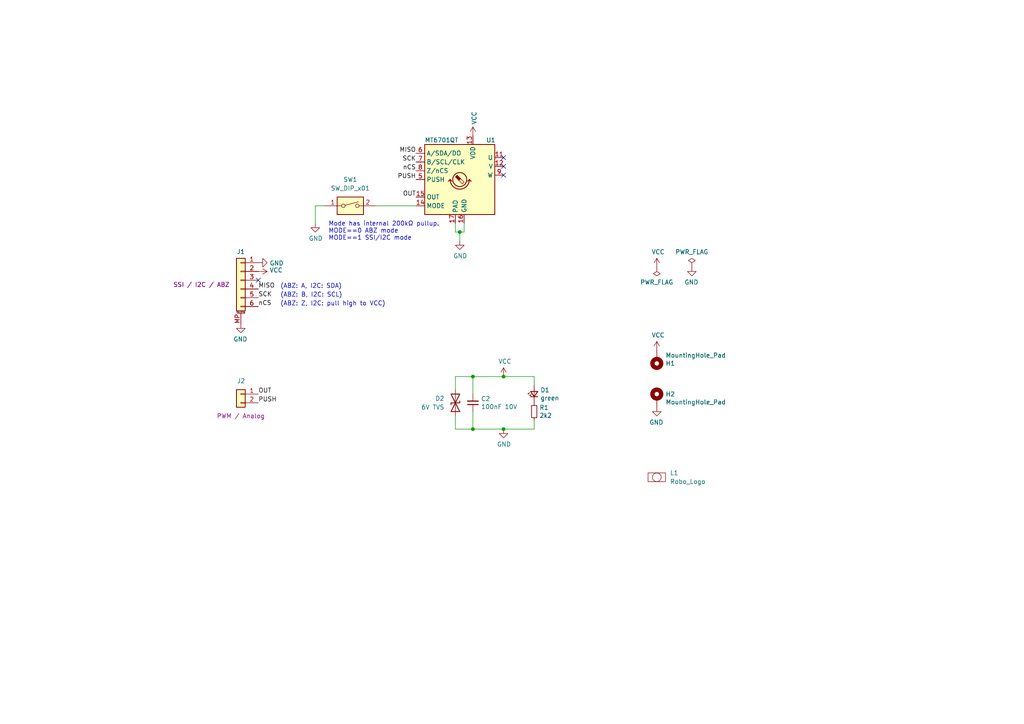
<source format=kicad_sch>
(kicad_sch (version 20211123) (generator eeschema)
  (paper "A4")
  (lib_symbols
    (symbol "Connector_Generic:Conn_01x02" (pin_names (offset 1.016) hide)
      (property "Reference" "J" (at 0 2.54 0))
      (property "Value" "Conn_01x02" (at 0 -5.08 0))
      (symbol "Conn_01x02_1_1"
        (rectangle (start -1.27 -2.413) (end 0 -2.667) (stroke (width 0.1524)))
        (rectangle (start -1.27 0.127) (end 0 -0.127) (stroke (width 0.1524)))
        (rectangle (start -1.27 1.27) (end 1.27 -3.81) (stroke (width 0.254)) (fill (type background)))
        (pin passive line (at -5.08 0 0) (length 3.81) (name "Pin_1") (number "1"))
        (pin passive line (at -5.08 -2.54 0) (length 3.81) (name "Pin_2") (number "2"))
      )
    )
    (symbol "Connector_Generic_MountingPin:Conn_01x06_MountingPin" (pin_names (offset 1.016) hide)
      (property "Reference" "J" (at 0 7.62 0))
      (property "Value" "Conn_01x06_MountingPin" (at 1.27 -10.16 0))
      (symbol "Conn_01x06_MountingPin_1_1"
        (rectangle (start -1.27 -7.493) (end 0 -7.747) (stroke (width 0.1524)))
        (rectangle (start -1.27 -4.953) (end 0 -5.207) (stroke (width 0.1524)))
        (rectangle (start -1.27 -2.413) (end 0 -2.667) (stroke (width 0.1524)))
        (rectangle (start -1.27 0.127) (end 0 -0.127) (stroke (width 0.1524)))
        (rectangle (start -1.27 2.667) (end 0 2.413) (stroke (width 0.1524)))
        (rectangle (start -1.27 5.207) (end 0 4.953) (stroke (width 0.1524)))
        (rectangle (start -1.27 6.35) (end 1.27 -8.89) (stroke (width 0.254)) (fill (type background)))
        (polyline (pts (xy -1.016 -9.652) (xy 1.016 -9.652)) (stroke (width 0.1524)))
        (text "Mounting" (at 0 -9.271 0) (effects (font (size 0.381 0.381))))
        (pin passive line (at -5.08 5.08 0) (length 3.81) (name "Pin_1") (number "1"))
        (pin passive line (at -5.08 2.54 0) (length 3.81) (name "Pin_2") (number "2"))
        (pin passive line (at -5.08 0 0) (length 3.81) (name "Pin_3") (number "3"))
        (pin passive line (at -5.08 -2.54 0) (length 3.81) (name "Pin_4") (number "4"))
        (pin passive line (at -5.08 -5.08 0) (length 3.81) (name "Pin_5") (number "5"))
        (pin passive line (at -5.08 -7.62 0) (length 3.81) (name "Pin_6") (number "6"))
        (pin passive line (at 0 -12.7 90) (length 3.048) (name "MountPin") (number "MP"))
      )
    )
    (symbol "Device:C_Small" (pin_numbers hide) (pin_names (offset 0.254) hide)
      (property "Reference" "C" (at 0.254 1.778 0))
      (property "Value" "C_Small" (at 0.254 -2.032 0))
      (symbol "C_Small_0_1"
        (polyline (pts (xy -1.524 -0.508) (xy 1.524 -0.508)) (stroke (width 0.3302)))
        (polyline (pts (xy -1.524 0.508) (xy 1.524 0.508)) (stroke (width 0.3048)))
      )
      (symbol "C_Small_1_1"
        (pin passive line (at 0 2.54 270) (length 2.032) (name "~") (number "1"))
        (pin passive line (at 0 -2.54 90) (length 2.032) (name "~") (number "2"))
      )
    )
    (symbol "Device:D_TVS" (pin_numbers hide) (pin_names (offset 1.016) hide)
      (property "Reference" "D" (at 0 2.54 0))
      (property "Value" "D_TVS" (at 0 -2.54 0))
      (symbol "D_TVS_0_1"
        (polyline (pts (xy 1.27 0) (xy -1.27 0)))
        (polyline (pts (xy 0.508 1.27) (xy 0 1.27) (xy 0 -1.27) (xy -0.508 -1.27)) (stroke (width 0.254)))
        (polyline (pts (xy -2.54 1.27) (xy -2.54 -1.27) (xy 2.54 1.27) (xy 2.54 -1.27) (xy -2.54 1.27)) (stroke (width 0.254)))
      )
      (symbol "D_TVS_1_1"
        (pin passive line (at -3.81 0 0) (length 2.54) (name "A1") (number "1"))
        (pin passive line (at 3.81 0 180) (length 2.54) (name "A2") (number "2"))
      )
    )
    (symbol "Device:LED_Small" (pin_numbers hide) (pin_names (offset 0.254) hide)
      (property "Reference" "D" (at -1.27 3.175 0))
      (property "Value" "LED_Small" (at -4.445 -2.54 0))
      (symbol "LED_Small_0_1"
        (polyline (pts (xy -0.762 -1.016) (xy -0.762 1.016)) (stroke (width 0.254)))
        (polyline (pts (xy 1.016 0) (xy -0.762 0)))
        (polyline (pts (xy 0.762 -1.016) (xy -0.762 0) (xy 0.762 1.016) (xy 0.762 -1.016)) (stroke (width 0.254)))
        (polyline (pts (xy 0 0.762) (xy -0.508 1.27) (xy -0.254 1.27) (xy -0.508 1.27) (xy -0.508 1.016)))
        (polyline (pts (xy 0.508 1.27) (xy 0 1.778) (xy 0.254 1.778) (xy 0 1.778) (xy 0 1.524)))
      )
      (symbol "LED_Small_1_1"
        (pin passive line (at -2.54 0 0) (length 1.778) (name "K") (number "1"))
        (pin passive line (at 2.54 0 180) (length 1.778) (name "A") (number "2"))
      )
    )
    (symbol "Device:R_Small" (pin_numbers hide) (pin_names (offset 0.254) hide)
      (property "Reference" "R" (at 0.762 0.508 0))
      (property "Value" "R_Small" (at 0.762 -1.016 0))
      (symbol "R_Small_0_1"
        (rectangle (start -0.762 1.778) (end 0.762 -1.778) (stroke (width 0.2032)))
      )
      (symbol "R_Small_1_1"
        (pin passive line (at 0 2.54 270) (length 0.762) (name "~") (number "1"))
        (pin passive line (at 0 -2.54 90) (length 0.762) (name "~") (number "2"))
      )
    )
    (symbol "Mechanical:MountingHole_Pad" (pin_numbers hide) (pin_names (offset 1.016) hide)
      (property "Reference" "H" (at 0 6.35 0))
      (property "Value" "MountingHole_Pad" (at 0 4.445 0))
      (symbol "MountingHole_Pad_0_1"
        (circle (center 0 1.27) (radius 1.27) (stroke (width 1.27)))
      )
      (symbol "MountingHole_Pad_1_1"
        (pin input line (at 0 -2.54 90) (length 2.54) (name "1") (number "1"))
      )
    )
    (symbol "Switch:SW_DIP_x01" (pin_names (offset 0) hide)
      (property "Reference" "SW" (at 0 3.81 0))
      (property "Value" "SW_DIP_x01" (at 0 -3.81 0))
      (symbol "SW_DIP_x01_0_0"
        (circle (center -2.032 0) (radius 0.508))
        (polyline (pts (xy -1.524 0.127) (xy 2.3622 1.1684)))
        (circle (center 2.032 0) (radius 0.508))
      )
      (symbol "SW_DIP_x01_0_1"
        (rectangle (start -3.81 2.54) (end 3.81 -2.54) (stroke (width 0.254)) (fill (type background)))
      )
      (symbol "SW_DIP_x01_1_1"
        (pin passive line (at -7.62 0 0) (length 5.08) (name "~") (number "1"))
        (pin passive line (at 7.62 0 180) (length 5.08) (name "~") (number "2"))
      )
    )
    (symbol "power:GND" (power) (pin_names (offset 0))
      (property "Value" "GND" (at 0 -3.81 0))
      (symbol "GND_0_1"
        (polyline (pts (xy 0 0) (xy 0 -1.27) (xy 1.27 -1.27) (xy 0 -2.54) (xy -1.27 -1.27) (xy 0 -1.27)))
      )
      (symbol "GND_1_1"
        (pin power_in line (at 0 0 270) (length 0) hide (name "GND") (number "1"))
      )
    )
    (symbol "power:PWR_FLAG" (power) (pin_numbers hide) (pin_names (offset 0) hide)
      (property "Value" "PWR_FLAG" (at 0 3.81 0))
      (symbol "PWR_FLAG_0_0"
        (pin power_out line (at 0 0 90) (length 0) (name "pwr") (number "1"))
      )
      (symbol "PWR_FLAG_0_1"
        (polyline (pts (xy 0 0) (xy 0 1.27) (xy -1.016 1.905) (xy 0 2.54) (xy 1.016 1.905) (xy 0 1.27)))
      )
    )
    (symbol "power:VCC" (power) (pin_names (offset 0))
      (property "Value" "VCC" (at 0 3.81 0))
      (symbol "VCC_0_1"
        (polyline (pts (xy -0.762 1.27) (xy 0 2.54)))
        (polyline (pts (xy 0 0) (xy 0 2.54)))
        (polyline (pts (xy 0 2.54) (xy 0.762 1.27)))
      )
      (symbol "VCC_1_1"
        (pin power_in line (at 0 0 90) (length 0) hide (name "VCC") (number "1"))
      )
    )
    (symbol "runger:MT6701QT"
      (property "Reference" "U" (at 10.16 11.43 0))
      (property "Value" "MT6701QT" (at -1.27 11.43 0))
      (symbol "MT6701QT_0_1"
        (rectangle (start -10.16 10.16) (end 10.16 -10.16) (stroke (width 0.254)) (fill (type background)))
        (arc (start -2.794 0) (mid 0 -2.794) (end 2.794 0) (stroke (width 0.254)))
        (polyline (pts (xy -2.794 0) (xy -3.302 -0.508)) (stroke (width 0.254)))
        (polyline (pts (xy -2.794 0) (xy -2.286 -0.508)) (stroke (width 0.254)))
        (polyline (pts (xy 2.794 0) (xy 2.286 -0.508)) (stroke (width 0.254)))
        (polyline (pts (xy 2.794 0) (xy 3.302 -0.508)) (stroke (width 0.254)))
      )
      (symbol "MT6701QT_1_1"
        (polyline (pts (xy 0.254 0.254) (xy 1.27 -0.762) (xy 0.762 -1.27) (xy -0.254 -0.254)))
        (polyline (pts (xy -0.762 1.27) (xy 0.254 0.254) (xy -0.254 -0.254) (xy -1.27 0.762) (xy -1.016 1.016) (xy -0.762 1.27) (xy -0.635 1.143)) (fill (type outline)))
        (circle (center 0 0) (radius 2.032) (stroke (width 0.254)))
        (pin no_connect line (at 10.16 -6.35 180) (length 2.54) hide (name "NC") (number "1"))
        (pin no_connect line (at 10.16 -5.08 180) (length 2.54) hide (name "NC") (number "10"))
        (pin input line (at 12.7 6.35 180) (length 2.54) (name "U") (number "11"))
        (pin output line (at 12.7 3.81 180) (length 2.54) (name "V") (number "12"))
        (pin power_in line (at 3.81 12.7 270) (length 2.54) (name "VDD") (number "13"))
        (pin output line (at -12.7 -7.62 0) (length 2.54) (name "MODE") (number "14"))
        (pin output line (at -12.7 -5.08 0) (length 2.54) (name "OUT") (number "15"))
        (pin power_in line (at 1.27 -12.7 90) (length 2.54) (name "GND") (number "16"))
        (pin input line (at -1.27 -12.7 90) (length 2.54) (name "PAD") (number "17"))
        (pin no_connect line (at 10.16 -8.89 180) (length 2.54) hide (name "NC") (number "2"))
        (pin no_connect line (at 10.16 -3.81 180) (length 2.54) hide (name "NC") (number "3"))
        (pin no_connect line (at 10.16 -7.62 180) (length 2.54) hide (name "NC") (number "4"))
        (pin input line (at -12.7 0 0) (length 2.54) (name "PUSH") (number "5"))
        (pin input line (at -12.7 7.62 0) (length 2.54) (name "A/SDA/DO") (number "6"))
        (pin output line (at -12.7 5.08 0) (length 2.54) (name "B/SCL/CLK") (number "7"))
        (pin input line (at -12.7 2.54 0) (length 2.54) (name "Z/nCS") (number "8"))
        (pin output line (at 12.7 1.27 180) (length 2.54) (name "W") (number "9"))
      )
    )
    (symbol "runger:Robo_Logo" (in_bom no)
      (property "Reference" "L" (at 0 3.81 0))
      (property "Value" "Robo_Logo" (at 0 -3.81 0))
      (symbol "Robo_Logo_0_1"
        (rectangle (start -2.54 1.27) (end 2.54 -1.27) (stroke (width 0.1524)))
        (circle (center 0 0) (radius 1.27) (stroke (width 0.1524)))
      )
    )
  )
  (junction (at 137.16 124.46))
  (junction (at 146.05 124.46))
  (junction (at 133.35 67.31))
  (junction (at 146.05 109.22))
  (junction (at 137.16 109.22))
  (no_connect (at 74.93 81.28))
  (no_connect (at 146.05 45.72))
  (no_connect (at 146.05 48.26))
  (no_connect (at 146.05 50.8))
  (wire (pts (xy 146.05 109.22) (xy 154.94 109.22)))
  (wire (pts (xy 154.94 109.22) (xy 154.94 111.76)))
  (wire (pts (xy 132.08 64.77) (xy 132.08 67.31)))
  (wire (pts (xy 132.08 67.31) (xy 133.35 67.31)))
  (wire (pts (xy 134.62 67.31) (xy 133.35 67.31)))
  (wire (pts (xy 154.94 124.46) (xy 146.05 124.46)))
  (wire (pts (xy 132.08 109.22) (xy 132.08 113.03)))
  (wire (pts (xy 133.35 67.31) (xy 133.35 69.85)))
  (wire (pts (xy 137.16 124.46) (xy 137.16 119.38)))
  (wire (pts (xy 134.62 64.77) (xy 134.62 67.31)))
  (wire (pts (xy 154.94 121.92) (xy 154.94 124.46)))
  (wire (pts (xy 91.44 64.77) (xy 91.44 59.69)))
  (wire (pts (xy 91.44 59.69) (xy 93.98 59.69)))
  (wire (pts (xy 137.16 109.22) (xy 146.05 109.22)))
  (wire (pts (xy 132.08 109.22) (xy 137.16 109.22)))
  (wire (pts (xy 137.16 109.22) (xy 137.16 114.3)))
  (wire (pts (xy 146.05 124.46) (xy 137.16 124.46)))
  (wire (pts (xy 132.08 124.46) (xy 137.16 124.46)))
  (wire (pts (xy 109.22 59.69) (xy 120.65 59.69)))
  (wire (pts (xy 132.08 120.65) (xy 132.08 124.46)))
  (text "(ABZ: A, I2C: SDA)" (at 81.28 83.82 0) (effects (font (size 1.27 1.27)) (justify left bottom)))
  (text "(ABZ: Z, I2C: pull high to VCC)" (at 81.28 88.9 0) (effects (font (size 1.27 1.27)) (justify left bottom)))
  (text "(ABZ: B, I2C: SCL)" (at 81.28 86.36 0) (effects (font (size 1.27 1.27)) (justify left bottom)))
  (text "Mode has internal 200kΩ pullup.\nMODE==0 ABZ mode\nMODE==1 SSI/I2C mode" (at 95.25 69.85 0) (effects (font (size 1.27 1.27)) (justify left bottom)))
  (label "SCK" (at 120.65 46.99 180))
  (label "SCK" (at 74.93 86.36 0))
  (label "MISO" (at 120.65 44.45 180))
  (label "nCS" (at 120.65 49.53 180))
  (label "OUT" (at 120.65 57.15 180))
  (label "PUSH" (at 74.93 116.84 0))
  (label "PUSH" (at 120.65 52.07 180))
  (label "nCS" (at 74.93 88.9 0))
  (label "MISO" (at 74.93 83.82 0))
  (label "OUT" (at 74.93 114.3 0))
  (symbol (lib_id "power:VCC") (at 74.93 78.74 270) (mirror x) (unit 1)
    (property "Reference" "#PWR03" (effects hide))
    (property "Value" "VCC" (at 78.1558 78.359 90) (effects (justify left)))
  )
  (symbol (lib_id "power:VCC") (at 137.16 39.37 0) (unit 1)
    (property "Reference" "#PWR06" (effects hide))
    (property "Value" "VCC" (at 137.541 36.1442 90) (effects (justify left)))
  )
  (symbol (lib_id "power:GND") (at 133.35 69.85 0) (unit 1)
    (property "Reference" "#PWR04" (effects hide))
    (property "Value" "GND" (at 133.477 74.2442 0))
  )
  (symbol (lib_id "Connector_Generic_MountingPin:Conn_01x06_MountingPin") (at 69.85 81.28 0) (mirror y) (unit 1)
    (property "Reference" "J1" (at 69.85 73.025 0))
    (property "Value" "Conn_01x06_MountingPin" (effects hide))
    (property "Footprint" "Connector_JST:JST_SH_SM06B-SRSS-TB_1x06-1MP_P1.00mm_Horizontal" (effects hide))
    (property "Port" "SSI / I2C / ABZ" (at 58.42 82.55 0))
    (property "Manu" "Scondar Electronic Limited" (effects hide))
    (property "Part" "SCT-WR-S-06P" (effects hide))
    (property "Notes" "JST SH_SM06B-SRSS-TB_1x06-1MP_P1.00mm_Horizontal or compatible, e.g. Joint Tech A1001WR-S-6P" (effects hide))
  )
  (symbol (lib_id "power:GND") (at 69.85 93.98 0) (mirror y) (unit 1)
    (property "Reference" "#PWR01" (effects hide))
    (property "Value" "GND" (at 69.723 98.3742 0))
  )
  (symbol (lib_id "power:GND") (at 74.93 76.2 90) (mirror x) (unit 1)
    (property "Reference" "#PWR02" (effects hide))
    (property "Value" "GND" (at 78.1812 76.327 90) (effects (justify right)))
  )
  (symbol (lib_id "power:VCC") (at 190.5 101.6 0) (unit 1)
    (property "Reference" "#PWR07" (effects hide))
    (property "Value" "VCC" (at 190.881 97.2058 0))
  )
  (symbol (lib_id "power:GND") (at 190.5 118.11 0) (mirror y) (unit 1)
    (property "Reference" "#PWR08" (effects hide))
    (property "Value" "GND" (at 190.373 122.5042 0))
  )
  (symbol (lib_id "Mechanical:MountingHole_Pad") (at 190.5 115.57 0) (unit 1)
    (property "Reference" "H2" (at 193.04 114.3254 0) (effects (justify left)))
    (property "Value" "MountingHole_Pad" (at 193.04 116.6368 0) (effects (justify left)))
    (property "Footprint" "MountingHole:MountingHole_2.2mm_M2_ISO7380_Pad" (effects hide))
  )
  (symbol (lib_id "Mechanical:MountingHole_Pad") (at 190.5 104.14 0) (mirror x) (unit 1)
    (property "Reference" "H1" (at 193.04 105.3846 0) (effects (justify left)))
    (property "Value" "MountingHole_Pad" (at 193.04 103.0732 0) (effects (justify left)))
    (property "Footprint" "MountingHole:MountingHole_2.2mm_M2_ISO7380_Pad" (effects hide))
  )
  (symbol (lib_id "power:VCC") (at 190.5 77.47 0) (unit 1)
    (property "Reference" "#PWR0101" (effects hide))
    (property "Value" "VCC" (at 190.881 73.0758 0))
  )
  (symbol (lib_id "power:PWR_FLAG") (at 190.5 77.47 180) (unit 1)
    (property "Reference" "#FLG0101" (effects hide))
    (property "Value" "PWR_FLAG" (at 190.5 81.8642 0))
  )
  (symbol (lib_id "Device:C_Small") (at 137.16 116.84 180) (unit 1)
    (property "Reference" "C2" (at 139.4968 115.6716 0) (effects (justify right)))
    (property "Value" "100nF 10V" (at 139.4968 117.983 0) (effects (justify right)))
    (property "Footprint" "Capacitor_SMD:C_0402_1005Metric" (effects hide))
    (property "Part" "GRM155R71A104KA01J" (effects hide))
    (property "Manu" "Murata" (effects hide))
  )
  (symbol (lib_id "power:VCC") (at 146.05 109.22 0) (unit 1)
    (property "Reference" "#PWR09" (effects hide))
    (property "Value" "VCC" (at 146.431 104.8258 0))
  )
  (symbol (lib_id "power:GND") (at 146.05 124.46 0) (unit 1)
    (property "Reference" "#PWR010" (effects hide))
    (property "Value" "GND" (at 146.177 128.8542 0))
  )
  (symbol (lib_id "Device:R_Small") (at 154.94 119.38 0) (unit 1)
    (property "Reference" "R1" (at 156.4386 118.2116 0) (effects (justify left)))
    (property "Value" "2k2" (at 156.4386 120.523 0) (effects (justify left)))
    (property "Footprint" "Resistor_SMD:R_0402_1005Metric" (effects hide))
    (property "Part" "Generic 2k2 Resistor" (effects hide))
    (property "Manu" "Generic" (effects hide))
  )
  (symbol (lib_id "Device:LED_Small") (at 154.94 114.3 90) (unit 1)
    (property "Reference" "D1" (at 156.718 113.1316 90) (effects (justify right)))
    (property "Value" "green" (at 156.718 115.443 90) (effects (justify right)))
    (property "Footprint" "LED_SMD:LED_0402_1005Metric" (effects hide))
    (property "Manu" "Wurth" (effects hide))
    (property "Part" "150040VS73240" (effects hide))
    (property "Notes" "inexpensive green LED please" (effects hide))
  )
  (symbol (lib_id "runger:Robo_Logo") (at 190.5 138.43 0) (unit 1) (in_bom no)
    (property "Reference" "L1" (at 194.31 137.1599 0) (effects (justify left)))
    (property "Value" "Robo_Logo" (at 194.31 139.6999 0) (effects (justify left)))
    (property "Footprint" "runger:Robo_logo2" (effects hide))
  )
  (symbol (lib_id "power:GND") (at 91.44 64.77 0) (unit 1)
    (property "Reference" "#PWR011" (effects hide))
    (property "Value" "GND" (at 91.567 69.1642 0))
  )
  (symbol (lib_id "runger:MT6701QT") (at 133.35 52.07 0) (unit 1)
    (property "Reference" "U1" (at 140.97 40.64 0) (effects (justify left)))
    (property "Value" "MT6701QT" (at 123.19 40.64 0) (effects (justify left)))
    (property "Footprint" "Package_DFN_QFN:QFN-16-1EP_3x3mm_P0.5mm_EP1.75x1.75mm" (effects hide))
    (property "Datasheet" "https://www.monolithicpower.com/pub/media/document/m/a/ma330.pdf" (effects hide))
    (property "Manu" "MagnTek" (effects hide))
    (property "Part" "MT6701QT-STD" (effects hide))
  )
  (symbol (lib_id "Device:D_TVS") (at 132.08 116.84 270) (mirror x) (unit 1)
    (property "Reference" "D2" (at 128.905 115.5699 90) (effects (justify right)))
    (property "Value" "6V TVS" (at 128.905 118.1099 90) (effects (justify right)))
    (property "Footprint" "Diode_SMD:D_0201_0603Metric" (effects hide))
    (property "Manu" "Littlefuse" (effects hide))
    (property "Part" "SP1005-01WTG" (effects hide))
  )
  (symbol (lib_id "Switch:SW_DIP_x01") (at 101.6 59.69 0) (unit 1)
    (property "Reference" "SW1" (at 101.6 52.07 0))
    (property "Value" "SW_DIP_x01" (at 101.6 54.61 0))
    (property "Footprint" "Button_Switch_SMD:SW_DIP_SPSTx01_Slide_Copal_CHS-01B_W7.62mm_P1.27mm" (effects hide))
    (property "Part" "THS101" (effects hide))
    (property "Manu" "ROCPU" (effects hide))
  )
  (symbol (lib_id "Connector_Generic:Conn_01x02") (at 69.85 114.3 0) (mirror y) (unit 1)
    (property "Reference" "J2" (at 71.12 110.49 0) (effects (justify left)))
    (property "Value" "Conn_01x02" (effects hide))
    (property "Footprint" "Connector_PinHeader_2.54mm:PinHeader_1x02_P2.54mm_Vertical" (effects hide))
    (property "Port" "PWM / Analog" (at 69.85 120.65 0))
  )
  (symbol (lib_id "power:PWR_FLAG") (at 200.66 77.47 0) (unit 1)
    (property "Reference" "#FLG0102" (effects hide))
    (property "Value" "PWR_FLAG" (at 200.66 73.0758 0))
  )
  (symbol (lib_id "power:GND") (at 200.66 77.47 0) (mirror y) (unit 1)
    (property "Reference" "#PWR0102" (effects hide))
    (property "Value" "GND" (at 200.533 81.8642 0))
  )
)
</source>
